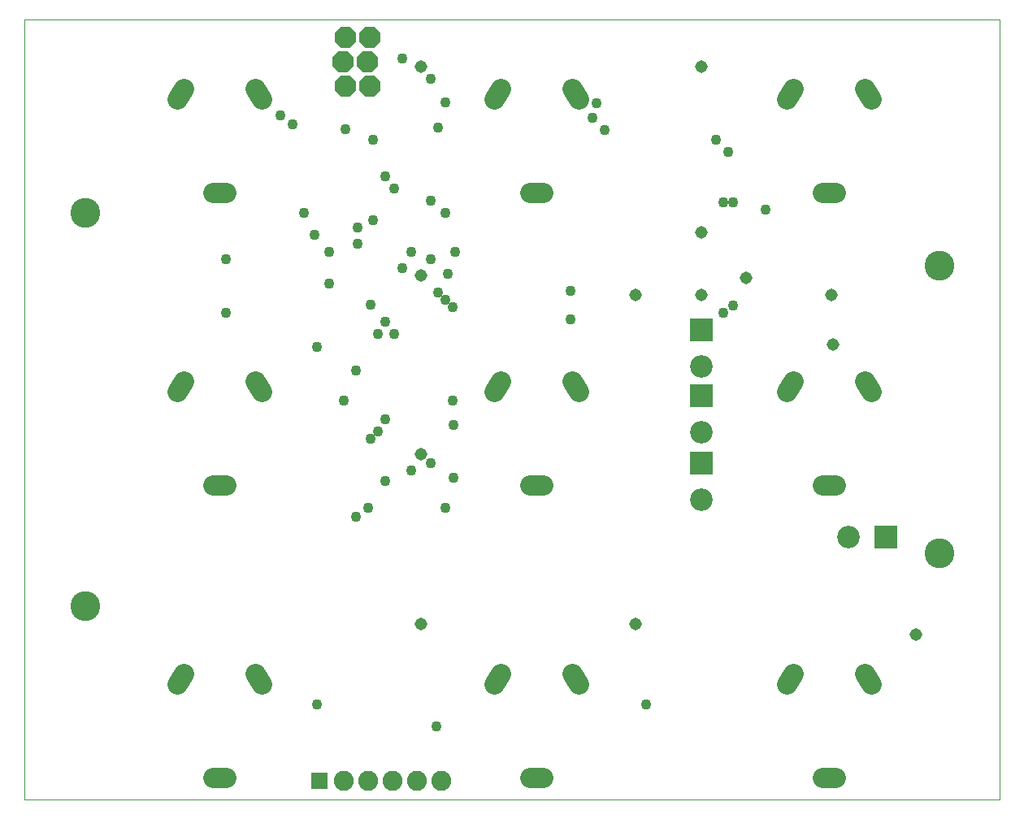
<source format=gbs>
G75*
%MOIN*%
%OFA0B0*%
%FSLAX24Y24*%
%IPPOS*%
%LPD*%
%AMOC8*
5,1,8,0,0,1.08239X$1,22.5*
%
%ADD10C,0.0000*%
%ADD11R,0.0920X0.0920*%
%ADD12C,0.0920*%
%ADD13R,0.0714X0.0714*%
%ADD14C,0.0820*%
%ADD15OC8,0.0860*%
%ADD16C,0.1222*%
%ADD17C,0.0840*%
%ADD18C,0.0430*%
%ADD19C,0.0516*%
D10*
X009593Y008565D02*
X009593Y040565D01*
X049593Y040565D01*
X049593Y008565D01*
X009593Y008565D01*
X011542Y016494D02*
X011544Y016541D01*
X011550Y016587D01*
X011560Y016633D01*
X011573Y016678D01*
X011591Y016721D01*
X011612Y016763D01*
X011636Y016803D01*
X011664Y016840D01*
X011695Y016875D01*
X011729Y016908D01*
X011765Y016937D01*
X011804Y016963D01*
X011845Y016986D01*
X011888Y017005D01*
X011932Y017021D01*
X011977Y017033D01*
X012023Y017041D01*
X012070Y017045D01*
X012116Y017045D01*
X012163Y017041D01*
X012209Y017033D01*
X012254Y017021D01*
X012298Y017005D01*
X012341Y016986D01*
X012382Y016963D01*
X012421Y016937D01*
X012457Y016908D01*
X012491Y016875D01*
X012522Y016840D01*
X012550Y016803D01*
X012574Y016763D01*
X012595Y016721D01*
X012613Y016678D01*
X012626Y016633D01*
X012636Y016587D01*
X012642Y016541D01*
X012644Y016494D01*
X012642Y016447D01*
X012636Y016401D01*
X012626Y016355D01*
X012613Y016310D01*
X012595Y016267D01*
X012574Y016225D01*
X012550Y016185D01*
X012522Y016148D01*
X012491Y016113D01*
X012457Y016080D01*
X012421Y016051D01*
X012382Y016025D01*
X012341Y016002D01*
X012298Y015983D01*
X012254Y015967D01*
X012209Y015955D01*
X012163Y015947D01*
X012116Y015943D01*
X012070Y015943D01*
X012023Y015947D01*
X011977Y015955D01*
X011932Y015967D01*
X011888Y015983D01*
X011845Y016002D01*
X011804Y016025D01*
X011765Y016051D01*
X011729Y016080D01*
X011695Y016113D01*
X011664Y016148D01*
X011636Y016185D01*
X011612Y016225D01*
X011591Y016267D01*
X011573Y016310D01*
X011560Y016355D01*
X011550Y016401D01*
X011544Y016447D01*
X011542Y016494D01*
X011542Y032636D02*
X011544Y032683D01*
X011550Y032729D01*
X011560Y032775D01*
X011573Y032820D01*
X011591Y032863D01*
X011612Y032905D01*
X011636Y032945D01*
X011664Y032982D01*
X011695Y033017D01*
X011729Y033050D01*
X011765Y033079D01*
X011804Y033105D01*
X011845Y033128D01*
X011888Y033147D01*
X011932Y033163D01*
X011977Y033175D01*
X012023Y033183D01*
X012070Y033187D01*
X012116Y033187D01*
X012163Y033183D01*
X012209Y033175D01*
X012254Y033163D01*
X012298Y033147D01*
X012341Y033128D01*
X012382Y033105D01*
X012421Y033079D01*
X012457Y033050D01*
X012491Y033017D01*
X012522Y032982D01*
X012550Y032945D01*
X012574Y032905D01*
X012595Y032863D01*
X012613Y032820D01*
X012626Y032775D01*
X012636Y032729D01*
X012642Y032683D01*
X012644Y032636D01*
X012642Y032589D01*
X012636Y032543D01*
X012626Y032497D01*
X012613Y032452D01*
X012595Y032409D01*
X012574Y032367D01*
X012550Y032327D01*
X012522Y032290D01*
X012491Y032255D01*
X012457Y032222D01*
X012421Y032193D01*
X012382Y032167D01*
X012341Y032144D01*
X012298Y032125D01*
X012254Y032109D01*
X012209Y032097D01*
X012163Y032089D01*
X012116Y032085D01*
X012070Y032085D01*
X012023Y032089D01*
X011977Y032097D01*
X011932Y032109D01*
X011888Y032125D01*
X011845Y032144D01*
X011804Y032167D01*
X011765Y032193D01*
X011729Y032222D01*
X011695Y032255D01*
X011664Y032290D01*
X011636Y032327D01*
X011612Y032367D01*
X011591Y032409D01*
X011573Y032452D01*
X011560Y032497D01*
X011550Y032543D01*
X011544Y032589D01*
X011542Y032636D01*
X046581Y030471D02*
X046583Y030518D01*
X046589Y030564D01*
X046599Y030610D01*
X046612Y030655D01*
X046630Y030698D01*
X046651Y030740D01*
X046675Y030780D01*
X046703Y030817D01*
X046734Y030852D01*
X046768Y030885D01*
X046804Y030914D01*
X046843Y030940D01*
X046884Y030963D01*
X046927Y030982D01*
X046971Y030998D01*
X047016Y031010D01*
X047062Y031018D01*
X047109Y031022D01*
X047155Y031022D01*
X047202Y031018D01*
X047248Y031010D01*
X047293Y030998D01*
X047337Y030982D01*
X047380Y030963D01*
X047421Y030940D01*
X047460Y030914D01*
X047496Y030885D01*
X047530Y030852D01*
X047561Y030817D01*
X047589Y030780D01*
X047613Y030740D01*
X047634Y030698D01*
X047652Y030655D01*
X047665Y030610D01*
X047675Y030564D01*
X047681Y030518D01*
X047683Y030471D01*
X047681Y030424D01*
X047675Y030378D01*
X047665Y030332D01*
X047652Y030287D01*
X047634Y030244D01*
X047613Y030202D01*
X047589Y030162D01*
X047561Y030125D01*
X047530Y030090D01*
X047496Y030057D01*
X047460Y030028D01*
X047421Y030002D01*
X047380Y029979D01*
X047337Y029960D01*
X047293Y029944D01*
X047248Y029932D01*
X047202Y029924D01*
X047155Y029920D01*
X047109Y029920D01*
X047062Y029924D01*
X047016Y029932D01*
X046971Y029944D01*
X046927Y029960D01*
X046884Y029979D01*
X046843Y030002D01*
X046804Y030028D01*
X046768Y030057D01*
X046734Y030090D01*
X046703Y030125D01*
X046675Y030162D01*
X046651Y030202D01*
X046630Y030244D01*
X046612Y030287D01*
X046599Y030332D01*
X046589Y030378D01*
X046583Y030424D01*
X046581Y030471D01*
X046581Y018659D02*
X046583Y018706D01*
X046589Y018752D01*
X046599Y018798D01*
X046612Y018843D01*
X046630Y018886D01*
X046651Y018928D01*
X046675Y018968D01*
X046703Y019005D01*
X046734Y019040D01*
X046768Y019073D01*
X046804Y019102D01*
X046843Y019128D01*
X046884Y019151D01*
X046927Y019170D01*
X046971Y019186D01*
X047016Y019198D01*
X047062Y019206D01*
X047109Y019210D01*
X047155Y019210D01*
X047202Y019206D01*
X047248Y019198D01*
X047293Y019186D01*
X047337Y019170D01*
X047380Y019151D01*
X047421Y019128D01*
X047460Y019102D01*
X047496Y019073D01*
X047530Y019040D01*
X047561Y019005D01*
X047589Y018968D01*
X047613Y018928D01*
X047634Y018886D01*
X047652Y018843D01*
X047665Y018798D01*
X047675Y018752D01*
X047681Y018706D01*
X047683Y018659D01*
X047681Y018612D01*
X047675Y018566D01*
X047665Y018520D01*
X047652Y018475D01*
X047634Y018432D01*
X047613Y018390D01*
X047589Y018350D01*
X047561Y018313D01*
X047530Y018278D01*
X047496Y018245D01*
X047460Y018216D01*
X047421Y018190D01*
X047380Y018167D01*
X047337Y018148D01*
X047293Y018132D01*
X047248Y018120D01*
X047202Y018112D01*
X047155Y018108D01*
X047109Y018108D01*
X047062Y018112D01*
X047016Y018120D01*
X046971Y018132D01*
X046927Y018148D01*
X046884Y018167D01*
X046843Y018190D01*
X046804Y018216D01*
X046768Y018245D01*
X046734Y018278D01*
X046703Y018313D01*
X046675Y018350D01*
X046651Y018390D01*
X046630Y018432D01*
X046612Y018475D01*
X046599Y018520D01*
X046589Y018566D01*
X046583Y018612D01*
X046581Y018659D01*
D11*
X044913Y019315D03*
X037343Y022379D03*
X037343Y025135D03*
X037343Y027848D03*
D12*
X037343Y026330D03*
X037343Y023617D03*
X037343Y020861D03*
X043395Y019315D03*
D13*
X021693Y009315D03*
D14*
X022693Y009315D03*
X023693Y009315D03*
X024693Y009315D03*
X025693Y009315D03*
X026693Y009315D03*
D15*
X023743Y037815D03*
X022743Y037815D03*
X022643Y038815D03*
X023643Y038815D03*
X023743Y039815D03*
X022743Y039815D03*
D16*
X012093Y032636D03*
X012093Y016494D03*
X047132Y018659D03*
X047132Y030471D03*
D17*
X042858Y033465D02*
X042328Y033465D01*
X040861Y037286D02*
X041125Y037744D01*
X044061Y037744D02*
X044325Y037286D01*
X032325Y037286D02*
X032061Y037744D01*
X029125Y037744D02*
X028861Y037286D01*
X030328Y033465D02*
X030858Y033465D01*
X032061Y025744D02*
X032325Y025286D01*
X029125Y025744D02*
X028861Y025286D01*
X030328Y021465D02*
X030858Y021465D01*
X032061Y013744D02*
X032325Y013286D01*
X029125Y013744D02*
X028861Y013286D01*
X030328Y009465D02*
X030858Y009465D01*
X040861Y013286D02*
X041125Y013744D01*
X044061Y013744D02*
X044325Y013286D01*
X042858Y009465D02*
X042328Y009465D01*
X042328Y021465D02*
X042858Y021465D01*
X044325Y025286D02*
X044061Y025744D01*
X041125Y025744D02*
X040861Y025286D01*
X019325Y025286D02*
X019061Y025744D01*
X016125Y025744D02*
X015861Y025286D01*
X017328Y021465D02*
X017858Y021465D01*
X019061Y013744D02*
X019325Y013286D01*
X016125Y013744D02*
X015861Y013286D01*
X017328Y009465D02*
X017858Y009465D01*
X017858Y033465D02*
X017328Y033465D01*
X015861Y037286D02*
X016125Y037744D01*
X019061Y037744D02*
X019325Y037286D01*
D18*
X020093Y036615D03*
X020593Y036265D03*
X022743Y036065D03*
X023893Y035615D03*
X024393Y034115D03*
X024743Y033615D03*
X023893Y032315D03*
X023243Y032015D03*
X023243Y031365D03*
X022093Y031015D03*
X021493Y031715D03*
X021043Y032615D03*
X022093Y029715D03*
X023793Y028865D03*
X024393Y028165D03*
X024093Y027665D03*
X024743Y027665D03*
X023193Y026165D03*
X022693Y024915D03*
X024393Y024165D03*
X024093Y023665D03*
X023793Y023365D03*
X024393Y021615D03*
X023693Y020515D03*
X023193Y020165D03*
X025443Y022065D03*
X026243Y022365D03*
X027193Y021765D03*
X026843Y020515D03*
X027193Y023915D03*
X027143Y024915D03*
X027143Y028765D03*
X026843Y029065D03*
X026543Y029365D03*
X026943Y030115D03*
X026243Y030715D03*
X025443Y031015D03*
X025093Y030365D03*
X027243Y031015D03*
X026843Y032615D03*
X026243Y033115D03*
X026543Y036115D03*
X026843Y037165D03*
X026243Y038115D03*
X025093Y038965D03*
X033043Y037115D03*
X032893Y036515D03*
X033393Y036015D03*
X037943Y035615D03*
X038443Y035115D03*
X038643Y033065D03*
X038243Y033065D03*
X039993Y032765D03*
X038643Y028815D03*
X038243Y028515D03*
X031993Y028265D03*
X031993Y029415D03*
X021593Y027115D03*
X017843Y028515D03*
X017843Y030715D03*
X021593Y012465D03*
X026493Y011565D03*
X035093Y012465D03*
D19*
X034643Y015765D03*
X025843Y015765D03*
X025843Y022715D03*
X025843Y030065D03*
X034643Y029265D03*
X037343Y029265D03*
X039193Y029965D03*
X037343Y031815D03*
X042693Y029265D03*
X042743Y027215D03*
X037343Y038615D03*
X025843Y038615D03*
X046143Y015315D03*
M02*

</source>
